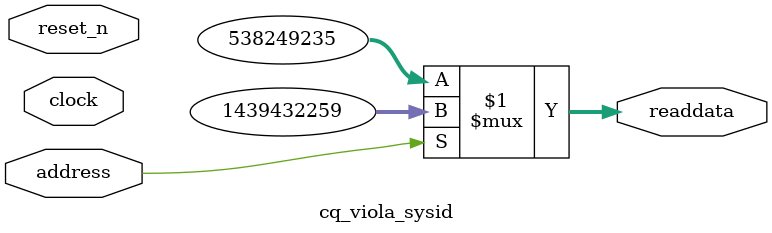
<source format=v>

`timescale 1ns / 1ps
// synthesis translate_on

// turn off superfluous verilog processor warnings 
// altera message_level Level1 
// altera message_off 10034 10035 10036 10037 10230 10240 10030 

module cq_viola_sysid (
               // inputs:
                address,
                clock,
                reset_n,

               // outputs:
                readdata
             )
;

  output  [ 31: 0] readdata;
  input            address;
  input            clock;
  input            reset_n;

  wire    [ 31: 0] readdata;
  //control_slave, which is an e_avalon_slave
  assign readdata = address ? 1439432259 : 538249235;

endmodule




</source>
